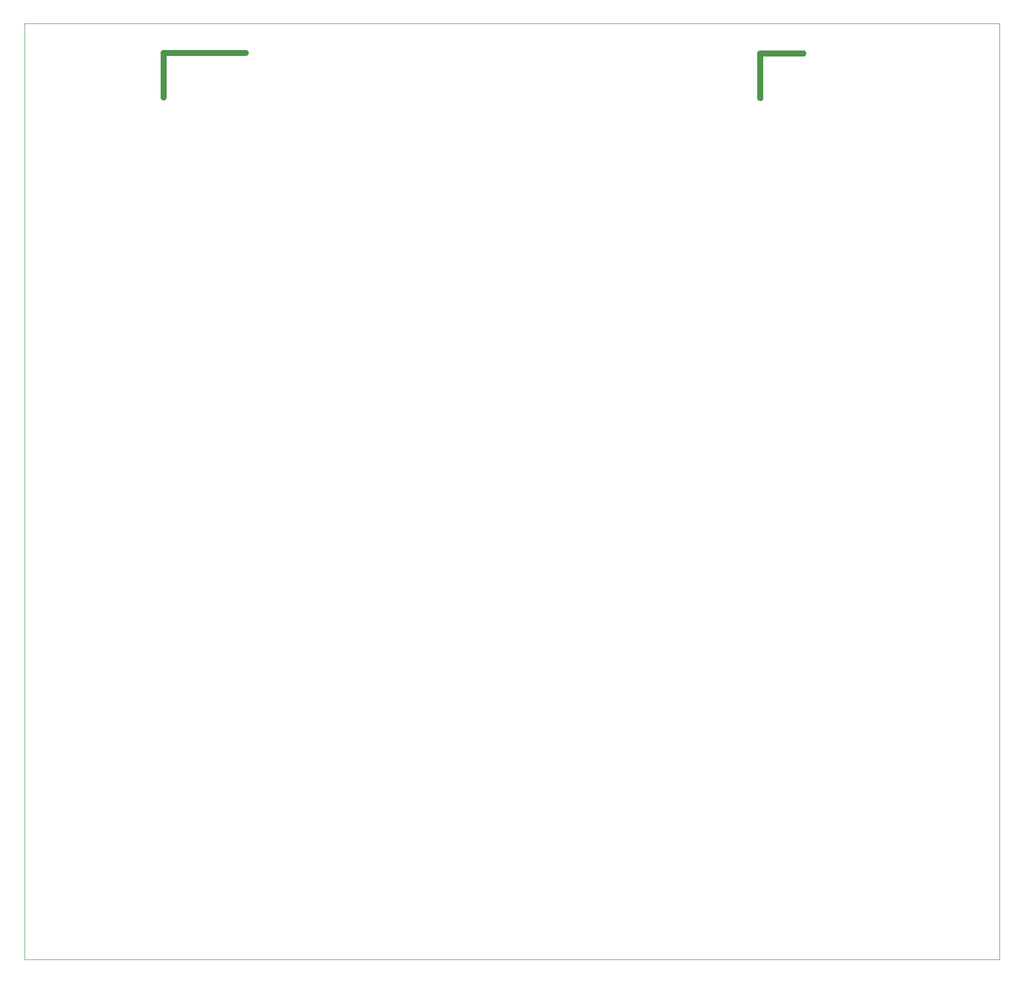
<source format=gbr>
%TF.GenerationSoftware,Altium Limited,Altium Designer,19.1.8 (144)*%
G04 Layer_Color=0*
%FSLAX25Y25*%
%MOIN*%
%TF.FileFunction,Profile,NP*%
%TF.Part,Single*%
G01*
G75*
%TA.AperFunction,Profile*%
%ADD57C,0.00100*%
G36*
X92750Y572817D02*
X92376Y572814D01*
X91677Y573079D01*
X91122Y573580D01*
X90786Y574248D01*
X90750Y574620D01*
X90750Y574620D01*
Y604699D01*
X90786Y605071D01*
X91122Y605738D01*
X91677Y606238D01*
X92376Y606503D01*
X92750Y606500D01*
X92750Y606500D01*
X147250Y606500D01*
X147642Y606483D01*
X148361Y606167D01*
X148917Y605611D01*
X149233Y604892D01*
X149250Y604500D01*
X149250D01*
X149233Y604108D01*
X148917Y603389D01*
X148361Y602833D01*
X147642Y602517D01*
X147250Y602500D01*
X147250Y602500D01*
X94750Y602500D01*
X94750Y574620D01*
X94714Y574248D01*
X94378Y573580D01*
X93823Y573079D01*
X93124Y572814D01*
X92750Y572817D01*
Y572817D01*
D02*
G37*
G36*
X490150Y572317D02*
X489777Y572314D01*
X489078Y572579D01*
X488522Y573080D01*
X488186Y573747D01*
X488151Y574120D01*
X488151Y574120D01*
Y604199D01*
X488186Y604571D01*
X488523Y605238D01*
X489078Y605738D01*
X489777Y606003D01*
X490150Y606000D01*
X490150Y606000D01*
X518850Y606000D01*
X519221Y605964D01*
X519889Y605628D01*
X520389Y605072D01*
X520654Y604374D01*
X520650Y604000D01*
X520650Y604000D01*
X520654Y603626D01*
X520389Y602927D01*
X519889Y602372D01*
X519221Y602036D01*
X518850Y602000D01*
X518850Y602000D01*
X492150D01*
X492150Y574120D01*
X492115Y573748D01*
X491779Y573080D01*
X491223Y572579D01*
X490524Y572314D01*
X490150Y572317D01*
Y572317D01*
D02*
G37*
G36*
X490000Y570000D02*
D01*
D02*
G37*
D57*
X0Y0D02*
X649500D01*
Y624000D01*
X0D01*
Y0D01*
%TF.MD5,04322e1364384492ffc3d76daa4d30f8*%
M02*

</source>
